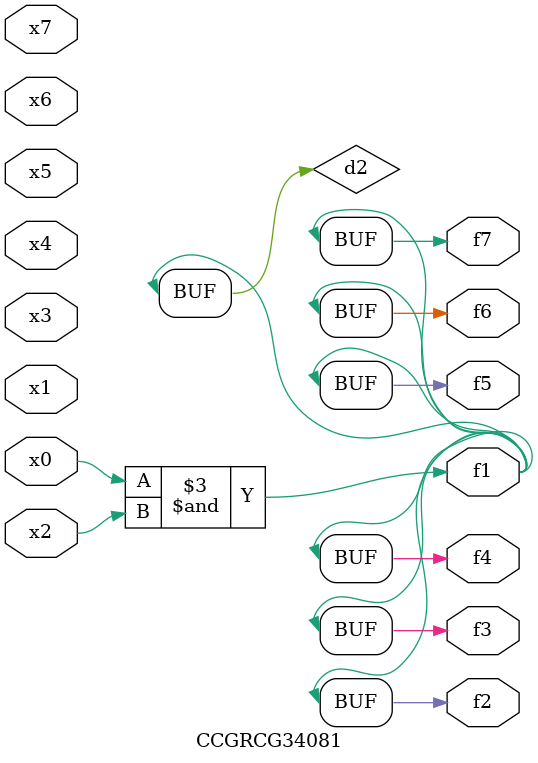
<source format=v>
module CCGRCG34081(
	input x0, x1, x2, x3, x4, x5, x6, x7,
	output f1, f2, f3, f4, f5, f6, f7
);

	wire d1, d2;

	nor (d1, x3, x6);
	and (d2, x0, x2);
	assign f1 = d2;
	assign f2 = d2;
	assign f3 = d2;
	assign f4 = d2;
	assign f5 = d2;
	assign f6 = d2;
	assign f7 = d2;
endmodule

</source>
